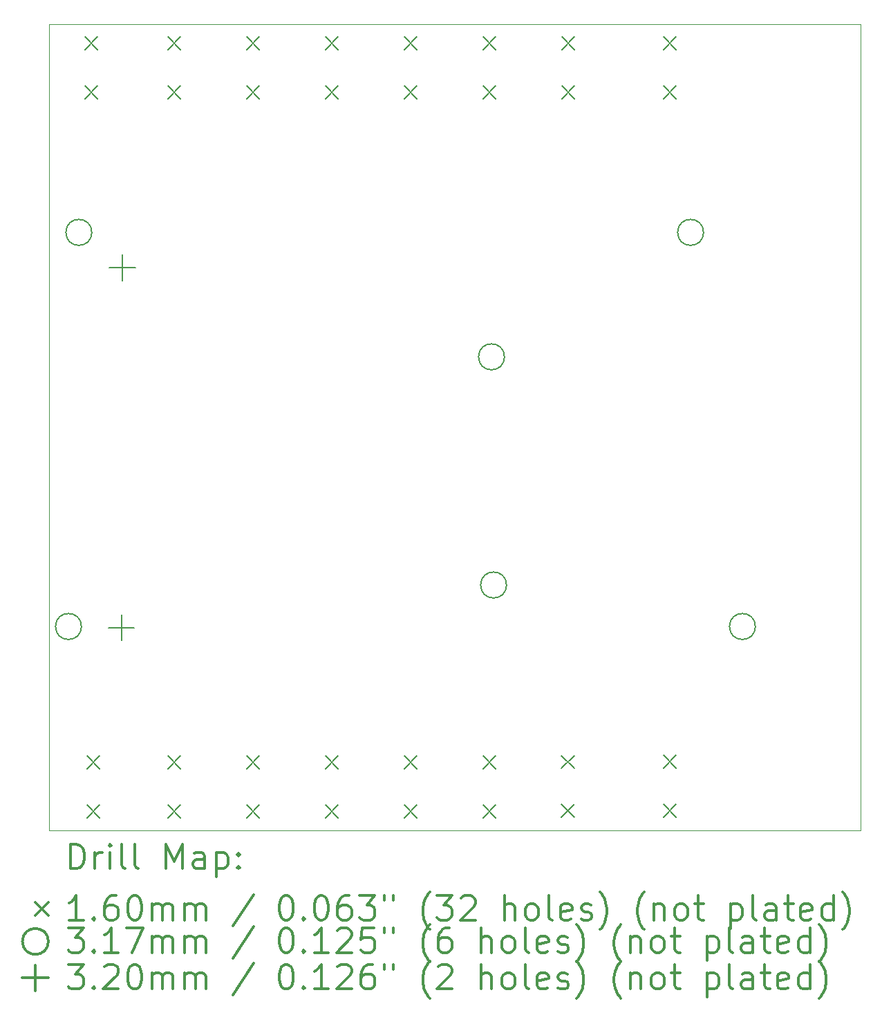
<source format=gbr>
%FSLAX45Y45*%
G04 Gerber Fmt 4.5, Leading zero omitted, Abs format (unit mm)*
G04 Created by KiCad (PCBNEW 4.0.6-e0-6349~53~ubuntu16.04.1) date Thu Jun 29 18:49:36 2017*
%MOMM*%
%LPD*%
G01*
G04 APERTURE LIST*
%ADD10C,0.127000*%
%ADD11C,0.100000*%
%ADD12C,0.200000*%
%ADD13C,0.300000*%
G04 APERTURE END LIST*
D10*
D11*
X22275800Y-2127250D02*
X22275800Y-11995150D01*
X12331700Y-2127250D02*
X22275800Y-2127250D01*
X12331700Y-11995150D02*
X12331700Y-2127250D01*
X22275800Y-11995150D02*
X12331700Y-11995150D01*
D12*
X12772400Y-2276000D02*
X12932400Y-2436000D01*
X12932400Y-2276000D02*
X12772400Y-2436000D01*
X12772400Y-2876000D02*
X12932400Y-3036000D01*
X12932400Y-2876000D02*
X12772400Y-3036000D01*
X12797800Y-11086400D02*
X12957800Y-11246400D01*
X12957800Y-11086400D02*
X12797800Y-11246400D01*
X12797800Y-11686400D02*
X12957800Y-11846400D01*
X12957800Y-11686400D02*
X12797800Y-11846400D01*
X13788400Y-2276000D02*
X13948400Y-2436000D01*
X13948400Y-2276000D02*
X13788400Y-2436000D01*
X13788400Y-2876000D02*
X13948400Y-3036000D01*
X13948400Y-2876000D02*
X13788400Y-3036000D01*
X13788400Y-11086400D02*
X13948400Y-11246400D01*
X13948400Y-11086400D02*
X13788400Y-11246400D01*
X13788400Y-11686400D02*
X13948400Y-11846400D01*
X13948400Y-11686400D02*
X13788400Y-11846400D01*
X14753600Y-2276000D02*
X14913600Y-2436000D01*
X14913600Y-2276000D02*
X14753600Y-2436000D01*
X14753600Y-2876000D02*
X14913600Y-3036000D01*
X14913600Y-2876000D02*
X14753600Y-3036000D01*
X14753600Y-11086400D02*
X14913600Y-11246400D01*
X14913600Y-11086400D02*
X14753600Y-11246400D01*
X14753600Y-11686400D02*
X14913600Y-11846400D01*
X14913600Y-11686400D02*
X14753600Y-11846400D01*
X15718800Y-2276000D02*
X15878800Y-2436000D01*
X15878800Y-2276000D02*
X15718800Y-2436000D01*
X15718800Y-2876000D02*
X15878800Y-3036000D01*
X15878800Y-2876000D02*
X15718800Y-3036000D01*
X15718800Y-11086400D02*
X15878800Y-11246400D01*
X15878800Y-11086400D02*
X15718800Y-11246400D01*
X15718800Y-11686400D02*
X15878800Y-11846400D01*
X15878800Y-11686400D02*
X15718800Y-11846400D01*
X16684000Y-2276000D02*
X16844000Y-2436000D01*
X16844000Y-2276000D02*
X16684000Y-2436000D01*
X16684000Y-2876000D02*
X16844000Y-3036000D01*
X16844000Y-2876000D02*
X16684000Y-3036000D01*
X16684000Y-11086400D02*
X16844000Y-11246400D01*
X16844000Y-11086400D02*
X16684000Y-11246400D01*
X16684000Y-11686400D02*
X16844000Y-11846400D01*
X16844000Y-11686400D02*
X16684000Y-11846400D01*
X17649200Y-2276000D02*
X17809200Y-2436000D01*
X17809200Y-2276000D02*
X17649200Y-2436000D01*
X17649200Y-2876000D02*
X17809200Y-3036000D01*
X17809200Y-2876000D02*
X17649200Y-3036000D01*
X17649200Y-11086400D02*
X17809200Y-11246400D01*
X17809200Y-11086400D02*
X17649200Y-11246400D01*
X17649200Y-11686400D02*
X17809200Y-11846400D01*
X17809200Y-11686400D02*
X17649200Y-11846400D01*
X18611860Y-11078780D02*
X18771860Y-11238780D01*
X18771860Y-11078780D02*
X18611860Y-11238780D01*
X18611860Y-11678780D02*
X18771860Y-11838780D01*
X18771860Y-11678780D02*
X18611860Y-11838780D01*
X18614400Y-2276000D02*
X18774400Y-2436000D01*
X18774400Y-2276000D02*
X18614400Y-2436000D01*
X18614400Y-2876000D02*
X18774400Y-3036000D01*
X18774400Y-2876000D02*
X18614400Y-3036000D01*
X19859000Y-2276000D02*
X20019000Y-2436000D01*
X20019000Y-2276000D02*
X19859000Y-2436000D01*
X19859000Y-2876000D02*
X20019000Y-3036000D01*
X20019000Y-2876000D02*
X19859000Y-3036000D01*
X19859000Y-11076240D02*
X20019000Y-11236240D01*
X20019000Y-11076240D02*
X19859000Y-11236240D01*
X19859000Y-11676240D02*
X20019000Y-11836240D01*
X20019000Y-11676240D02*
X19859000Y-11836240D01*
X12731750Y-9499600D02*
G75*
G03X12731750Y-9499600I-158750J0D01*
G01*
X12858750Y-4673600D02*
G75*
G03X12858750Y-4673600I-158750J0D01*
G01*
X17913350Y-6197600D02*
G75*
G03X17913350Y-6197600I-158750J0D01*
G01*
X17938750Y-8991600D02*
G75*
G03X17938750Y-8991600I-158750J0D01*
G01*
X20351750Y-4673600D02*
G75*
G03X20351750Y-4673600I-158750J0D01*
G01*
X20986750Y-9499600D02*
G75*
G03X20986750Y-9499600I-158750J0D01*
G01*
X13220700Y-9352300D02*
X13220700Y-9672300D01*
X13060700Y-9512300D02*
X13380700Y-9512300D01*
X13233400Y-4945400D02*
X13233400Y-5265400D01*
X13073400Y-5105400D02*
X13393400Y-5105400D01*
D13*
X12598128Y-12465864D02*
X12598128Y-12165864D01*
X12669557Y-12165864D01*
X12712414Y-12180150D01*
X12740986Y-12208721D01*
X12755271Y-12237293D01*
X12769557Y-12294436D01*
X12769557Y-12337293D01*
X12755271Y-12394436D01*
X12740986Y-12423007D01*
X12712414Y-12451579D01*
X12669557Y-12465864D01*
X12598128Y-12465864D01*
X12898128Y-12465864D02*
X12898128Y-12265864D01*
X12898128Y-12323007D02*
X12912414Y-12294436D01*
X12926700Y-12280150D01*
X12955271Y-12265864D01*
X12983843Y-12265864D01*
X13083843Y-12465864D02*
X13083843Y-12265864D01*
X13083843Y-12165864D02*
X13069557Y-12180150D01*
X13083843Y-12194436D01*
X13098128Y-12180150D01*
X13083843Y-12165864D01*
X13083843Y-12194436D01*
X13269557Y-12465864D02*
X13240986Y-12451579D01*
X13226700Y-12423007D01*
X13226700Y-12165864D01*
X13426700Y-12465864D02*
X13398128Y-12451579D01*
X13383843Y-12423007D01*
X13383843Y-12165864D01*
X13769557Y-12465864D02*
X13769557Y-12165864D01*
X13869557Y-12380150D01*
X13969557Y-12165864D01*
X13969557Y-12465864D01*
X14240986Y-12465864D02*
X14240986Y-12308721D01*
X14226700Y-12280150D01*
X14198128Y-12265864D01*
X14140986Y-12265864D01*
X14112414Y-12280150D01*
X14240986Y-12451579D02*
X14212414Y-12465864D01*
X14140986Y-12465864D01*
X14112414Y-12451579D01*
X14098128Y-12423007D01*
X14098128Y-12394436D01*
X14112414Y-12365864D01*
X14140986Y-12351579D01*
X14212414Y-12351579D01*
X14240986Y-12337293D01*
X14383843Y-12265864D02*
X14383843Y-12565864D01*
X14383843Y-12280150D02*
X14412414Y-12265864D01*
X14469557Y-12265864D01*
X14498128Y-12280150D01*
X14512414Y-12294436D01*
X14526700Y-12323007D01*
X14526700Y-12408721D01*
X14512414Y-12437293D01*
X14498128Y-12451579D01*
X14469557Y-12465864D01*
X14412414Y-12465864D01*
X14383843Y-12451579D01*
X14655271Y-12437293D02*
X14669557Y-12451579D01*
X14655271Y-12465864D01*
X14640986Y-12451579D01*
X14655271Y-12437293D01*
X14655271Y-12465864D01*
X14655271Y-12280150D02*
X14669557Y-12294436D01*
X14655271Y-12308721D01*
X14640986Y-12294436D01*
X14655271Y-12280150D01*
X14655271Y-12308721D01*
X12166700Y-12880150D02*
X12326700Y-13040150D01*
X12326700Y-12880150D02*
X12166700Y-13040150D01*
X12755271Y-13095864D02*
X12583843Y-13095864D01*
X12669557Y-13095864D02*
X12669557Y-12795864D01*
X12640986Y-12838721D01*
X12612414Y-12867293D01*
X12583843Y-12881579D01*
X12883843Y-13067293D02*
X12898128Y-13081579D01*
X12883843Y-13095864D01*
X12869557Y-13081579D01*
X12883843Y-13067293D01*
X12883843Y-13095864D01*
X13155271Y-12795864D02*
X13098128Y-12795864D01*
X13069557Y-12810150D01*
X13055271Y-12824436D01*
X13026700Y-12867293D01*
X13012414Y-12924436D01*
X13012414Y-13038721D01*
X13026700Y-13067293D01*
X13040986Y-13081579D01*
X13069557Y-13095864D01*
X13126700Y-13095864D01*
X13155271Y-13081579D01*
X13169557Y-13067293D01*
X13183843Y-13038721D01*
X13183843Y-12967293D01*
X13169557Y-12938721D01*
X13155271Y-12924436D01*
X13126700Y-12910150D01*
X13069557Y-12910150D01*
X13040986Y-12924436D01*
X13026700Y-12938721D01*
X13012414Y-12967293D01*
X13369557Y-12795864D02*
X13398128Y-12795864D01*
X13426700Y-12810150D01*
X13440986Y-12824436D01*
X13455271Y-12853007D01*
X13469557Y-12910150D01*
X13469557Y-12981579D01*
X13455271Y-13038721D01*
X13440986Y-13067293D01*
X13426700Y-13081579D01*
X13398128Y-13095864D01*
X13369557Y-13095864D01*
X13340986Y-13081579D01*
X13326700Y-13067293D01*
X13312414Y-13038721D01*
X13298128Y-12981579D01*
X13298128Y-12910150D01*
X13312414Y-12853007D01*
X13326700Y-12824436D01*
X13340986Y-12810150D01*
X13369557Y-12795864D01*
X13598128Y-13095864D02*
X13598128Y-12895864D01*
X13598128Y-12924436D02*
X13612414Y-12910150D01*
X13640986Y-12895864D01*
X13683843Y-12895864D01*
X13712414Y-12910150D01*
X13726700Y-12938721D01*
X13726700Y-13095864D01*
X13726700Y-12938721D02*
X13740986Y-12910150D01*
X13769557Y-12895864D01*
X13812414Y-12895864D01*
X13840986Y-12910150D01*
X13855271Y-12938721D01*
X13855271Y-13095864D01*
X13998128Y-13095864D02*
X13998128Y-12895864D01*
X13998128Y-12924436D02*
X14012414Y-12910150D01*
X14040986Y-12895864D01*
X14083843Y-12895864D01*
X14112414Y-12910150D01*
X14126700Y-12938721D01*
X14126700Y-13095864D01*
X14126700Y-12938721D02*
X14140986Y-12910150D01*
X14169557Y-12895864D01*
X14212414Y-12895864D01*
X14240986Y-12910150D01*
X14255271Y-12938721D01*
X14255271Y-13095864D01*
X14840986Y-12781579D02*
X14583843Y-13167293D01*
X15226700Y-12795864D02*
X15255271Y-12795864D01*
X15283843Y-12810150D01*
X15298128Y-12824436D01*
X15312414Y-12853007D01*
X15326700Y-12910150D01*
X15326700Y-12981579D01*
X15312414Y-13038721D01*
X15298128Y-13067293D01*
X15283843Y-13081579D01*
X15255271Y-13095864D01*
X15226700Y-13095864D01*
X15198128Y-13081579D01*
X15183843Y-13067293D01*
X15169557Y-13038721D01*
X15155271Y-12981579D01*
X15155271Y-12910150D01*
X15169557Y-12853007D01*
X15183843Y-12824436D01*
X15198128Y-12810150D01*
X15226700Y-12795864D01*
X15455271Y-13067293D02*
X15469557Y-13081579D01*
X15455271Y-13095864D01*
X15440986Y-13081579D01*
X15455271Y-13067293D01*
X15455271Y-13095864D01*
X15655271Y-12795864D02*
X15683843Y-12795864D01*
X15712414Y-12810150D01*
X15726700Y-12824436D01*
X15740985Y-12853007D01*
X15755271Y-12910150D01*
X15755271Y-12981579D01*
X15740985Y-13038721D01*
X15726700Y-13067293D01*
X15712414Y-13081579D01*
X15683843Y-13095864D01*
X15655271Y-13095864D01*
X15626700Y-13081579D01*
X15612414Y-13067293D01*
X15598128Y-13038721D01*
X15583843Y-12981579D01*
X15583843Y-12910150D01*
X15598128Y-12853007D01*
X15612414Y-12824436D01*
X15626700Y-12810150D01*
X15655271Y-12795864D01*
X16012414Y-12795864D02*
X15955271Y-12795864D01*
X15926700Y-12810150D01*
X15912414Y-12824436D01*
X15883843Y-12867293D01*
X15869557Y-12924436D01*
X15869557Y-13038721D01*
X15883843Y-13067293D01*
X15898128Y-13081579D01*
X15926700Y-13095864D01*
X15983843Y-13095864D01*
X16012414Y-13081579D01*
X16026700Y-13067293D01*
X16040985Y-13038721D01*
X16040985Y-12967293D01*
X16026700Y-12938721D01*
X16012414Y-12924436D01*
X15983843Y-12910150D01*
X15926700Y-12910150D01*
X15898128Y-12924436D01*
X15883843Y-12938721D01*
X15869557Y-12967293D01*
X16140985Y-12795864D02*
X16326700Y-12795864D01*
X16226700Y-12910150D01*
X16269557Y-12910150D01*
X16298128Y-12924436D01*
X16312414Y-12938721D01*
X16326700Y-12967293D01*
X16326700Y-13038721D01*
X16312414Y-13067293D01*
X16298128Y-13081579D01*
X16269557Y-13095864D01*
X16183843Y-13095864D01*
X16155271Y-13081579D01*
X16140985Y-13067293D01*
X16440986Y-12795864D02*
X16440986Y-12853007D01*
X16555271Y-12795864D02*
X16555271Y-12853007D01*
X16998128Y-13210150D02*
X16983843Y-13195864D01*
X16955271Y-13153007D01*
X16940986Y-13124436D01*
X16926700Y-13081579D01*
X16912414Y-13010150D01*
X16912414Y-12953007D01*
X16926700Y-12881579D01*
X16940986Y-12838721D01*
X16955271Y-12810150D01*
X16983843Y-12767293D01*
X16998128Y-12753007D01*
X17083843Y-12795864D02*
X17269557Y-12795864D01*
X17169557Y-12910150D01*
X17212414Y-12910150D01*
X17240986Y-12924436D01*
X17255271Y-12938721D01*
X17269557Y-12967293D01*
X17269557Y-13038721D01*
X17255271Y-13067293D01*
X17240986Y-13081579D01*
X17212414Y-13095864D01*
X17126700Y-13095864D01*
X17098128Y-13081579D01*
X17083843Y-13067293D01*
X17383843Y-12824436D02*
X17398128Y-12810150D01*
X17426700Y-12795864D01*
X17498128Y-12795864D01*
X17526700Y-12810150D01*
X17540986Y-12824436D01*
X17555271Y-12853007D01*
X17555271Y-12881579D01*
X17540986Y-12924436D01*
X17369557Y-13095864D01*
X17555271Y-13095864D01*
X17912414Y-13095864D02*
X17912414Y-12795864D01*
X18040986Y-13095864D02*
X18040986Y-12938721D01*
X18026700Y-12910150D01*
X17998128Y-12895864D01*
X17955271Y-12895864D01*
X17926700Y-12910150D01*
X17912414Y-12924436D01*
X18226700Y-13095864D02*
X18198128Y-13081579D01*
X18183843Y-13067293D01*
X18169557Y-13038721D01*
X18169557Y-12953007D01*
X18183843Y-12924436D01*
X18198128Y-12910150D01*
X18226700Y-12895864D01*
X18269557Y-12895864D01*
X18298128Y-12910150D01*
X18312414Y-12924436D01*
X18326700Y-12953007D01*
X18326700Y-13038721D01*
X18312414Y-13067293D01*
X18298128Y-13081579D01*
X18269557Y-13095864D01*
X18226700Y-13095864D01*
X18498128Y-13095864D02*
X18469557Y-13081579D01*
X18455271Y-13053007D01*
X18455271Y-12795864D01*
X18726700Y-13081579D02*
X18698129Y-13095864D01*
X18640986Y-13095864D01*
X18612414Y-13081579D01*
X18598129Y-13053007D01*
X18598129Y-12938721D01*
X18612414Y-12910150D01*
X18640986Y-12895864D01*
X18698129Y-12895864D01*
X18726700Y-12910150D01*
X18740986Y-12938721D01*
X18740986Y-12967293D01*
X18598129Y-12995864D01*
X18855271Y-13081579D02*
X18883843Y-13095864D01*
X18940986Y-13095864D01*
X18969557Y-13081579D01*
X18983843Y-13053007D01*
X18983843Y-13038721D01*
X18969557Y-13010150D01*
X18940986Y-12995864D01*
X18898129Y-12995864D01*
X18869557Y-12981579D01*
X18855271Y-12953007D01*
X18855271Y-12938721D01*
X18869557Y-12910150D01*
X18898129Y-12895864D01*
X18940986Y-12895864D01*
X18969557Y-12910150D01*
X19083843Y-13210150D02*
X19098129Y-13195864D01*
X19126700Y-13153007D01*
X19140986Y-13124436D01*
X19155271Y-13081579D01*
X19169557Y-13010150D01*
X19169557Y-12953007D01*
X19155271Y-12881579D01*
X19140986Y-12838721D01*
X19126700Y-12810150D01*
X19098129Y-12767293D01*
X19083843Y-12753007D01*
X19626700Y-13210150D02*
X19612414Y-13195864D01*
X19583843Y-13153007D01*
X19569557Y-13124436D01*
X19555271Y-13081579D01*
X19540986Y-13010150D01*
X19540986Y-12953007D01*
X19555271Y-12881579D01*
X19569557Y-12838721D01*
X19583843Y-12810150D01*
X19612414Y-12767293D01*
X19626700Y-12753007D01*
X19740986Y-12895864D02*
X19740986Y-13095864D01*
X19740986Y-12924436D02*
X19755271Y-12910150D01*
X19783843Y-12895864D01*
X19826700Y-12895864D01*
X19855271Y-12910150D01*
X19869557Y-12938721D01*
X19869557Y-13095864D01*
X20055271Y-13095864D02*
X20026700Y-13081579D01*
X20012414Y-13067293D01*
X19998129Y-13038721D01*
X19998129Y-12953007D01*
X20012414Y-12924436D01*
X20026700Y-12910150D01*
X20055271Y-12895864D01*
X20098129Y-12895864D01*
X20126700Y-12910150D01*
X20140986Y-12924436D01*
X20155271Y-12953007D01*
X20155271Y-13038721D01*
X20140986Y-13067293D01*
X20126700Y-13081579D01*
X20098129Y-13095864D01*
X20055271Y-13095864D01*
X20240986Y-12895864D02*
X20355271Y-12895864D01*
X20283843Y-12795864D02*
X20283843Y-13053007D01*
X20298129Y-13081579D01*
X20326700Y-13095864D01*
X20355271Y-13095864D01*
X20683843Y-12895864D02*
X20683843Y-13195864D01*
X20683843Y-12910150D02*
X20712414Y-12895864D01*
X20769557Y-12895864D01*
X20798129Y-12910150D01*
X20812414Y-12924436D01*
X20826700Y-12953007D01*
X20826700Y-13038721D01*
X20812414Y-13067293D01*
X20798129Y-13081579D01*
X20769557Y-13095864D01*
X20712414Y-13095864D01*
X20683843Y-13081579D01*
X20998129Y-13095864D02*
X20969557Y-13081579D01*
X20955271Y-13053007D01*
X20955271Y-12795864D01*
X21240986Y-13095864D02*
X21240986Y-12938721D01*
X21226700Y-12910150D01*
X21198129Y-12895864D01*
X21140986Y-12895864D01*
X21112414Y-12910150D01*
X21240986Y-13081579D02*
X21212414Y-13095864D01*
X21140986Y-13095864D01*
X21112414Y-13081579D01*
X21098129Y-13053007D01*
X21098129Y-13024436D01*
X21112414Y-12995864D01*
X21140986Y-12981579D01*
X21212414Y-12981579D01*
X21240986Y-12967293D01*
X21340986Y-12895864D02*
X21455271Y-12895864D01*
X21383843Y-12795864D02*
X21383843Y-13053007D01*
X21398129Y-13081579D01*
X21426700Y-13095864D01*
X21455271Y-13095864D01*
X21669557Y-13081579D02*
X21640986Y-13095864D01*
X21583843Y-13095864D01*
X21555272Y-13081579D01*
X21540986Y-13053007D01*
X21540986Y-12938721D01*
X21555272Y-12910150D01*
X21583843Y-12895864D01*
X21640986Y-12895864D01*
X21669557Y-12910150D01*
X21683843Y-12938721D01*
X21683843Y-12967293D01*
X21540986Y-12995864D01*
X21940986Y-13095864D02*
X21940986Y-12795864D01*
X21940986Y-13081579D02*
X21912414Y-13095864D01*
X21855272Y-13095864D01*
X21826700Y-13081579D01*
X21812414Y-13067293D01*
X21798129Y-13038721D01*
X21798129Y-12953007D01*
X21812414Y-12924436D01*
X21826700Y-12910150D01*
X21855272Y-12895864D01*
X21912414Y-12895864D01*
X21940986Y-12910150D01*
X22055272Y-13210150D02*
X22069557Y-13195864D01*
X22098129Y-13153007D01*
X22112414Y-13124436D01*
X22126700Y-13081579D01*
X22140986Y-13010150D01*
X22140986Y-12953007D01*
X22126700Y-12881579D01*
X22112414Y-12838721D01*
X22098129Y-12810150D01*
X22069557Y-12767293D01*
X22055272Y-12753007D01*
X12326700Y-13356150D02*
G75*
G03X12326700Y-13356150I-158750J0D01*
G01*
X12569557Y-13191864D02*
X12755271Y-13191864D01*
X12655271Y-13306150D01*
X12698128Y-13306150D01*
X12726700Y-13320436D01*
X12740986Y-13334721D01*
X12755271Y-13363293D01*
X12755271Y-13434721D01*
X12740986Y-13463293D01*
X12726700Y-13477579D01*
X12698128Y-13491864D01*
X12612414Y-13491864D01*
X12583843Y-13477579D01*
X12569557Y-13463293D01*
X12883843Y-13463293D02*
X12898128Y-13477579D01*
X12883843Y-13491864D01*
X12869557Y-13477579D01*
X12883843Y-13463293D01*
X12883843Y-13491864D01*
X13183843Y-13491864D02*
X13012414Y-13491864D01*
X13098128Y-13491864D02*
X13098128Y-13191864D01*
X13069557Y-13234721D01*
X13040986Y-13263293D01*
X13012414Y-13277579D01*
X13283843Y-13191864D02*
X13483843Y-13191864D01*
X13355271Y-13491864D01*
X13598128Y-13491864D02*
X13598128Y-13291864D01*
X13598128Y-13320436D02*
X13612414Y-13306150D01*
X13640986Y-13291864D01*
X13683843Y-13291864D01*
X13712414Y-13306150D01*
X13726700Y-13334721D01*
X13726700Y-13491864D01*
X13726700Y-13334721D02*
X13740986Y-13306150D01*
X13769557Y-13291864D01*
X13812414Y-13291864D01*
X13840986Y-13306150D01*
X13855271Y-13334721D01*
X13855271Y-13491864D01*
X13998128Y-13491864D02*
X13998128Y-13291864D01*
X13998128Y-13320436D02*
X14012414Y-13306150D01*
X14040986Y-13291864D01*
X14083843Y-13291864D01*
X14112414Y-13306150D01*
X14126700Y-13334721D01*
X14126700Y-13491864D01*
X14126700Y-13334721D02*
X14140986Y-13306150D01*
X14169557Y-13291864D01*
X14212414Y-13291864D01*
X14240986Y-13306150D01*
X14255271Y-13334721D01*
X14255271Y-13491864D01*
X14840986Y-13177579D02*
X14583843Y-13563293D01*
X15226700Y-13191864D02*
X15255271Y-13191864D01*
X15283843Y-13206150D01*
X15298128Y-13220436D01*
X15312414Y-13249007D01*
X15326700Y-13306150D01*
X15326700Y-13377579D01*
X15312414Y-13434721D01*
X15298128Y-13463293D01*
X15283843Y-13477579D01*
X15255271Y-13491864D01*
X15226700Y-13491864D01*
X15198128Y-13477579D01*
X15183843Y-13463293D01*
X15169557Y-13434721D01*
X15155271Y-13377579D01*
X15155271Y-13306150D01*
X15169557Y-13249007D01*
X15183843Y-13220436D01*
X15198128Y-13206150D01*
X15226700Y-13191864D01*
X15455271Y-13463293D02*
X15469557Y-13477579D01*
X15455271Y-13491864D01*
X15440986Y-13477579D01*
X15455271Y-13463293D01*
X15455271Y-13491864D01*
X15755271Y-13491864D02*
X15583843Y-13491864D01*
X15669557Y-13491864D02*
X15669557Y-13191864D01*
X15640985Y-13234721D01*
X15612414Y-13263293D01*
X15583843Y-13277579D01*
X15869557Y-13220436D02*
X15883843Y-13206150D01*
X15912414Y-13191864D01*
X15983843Y-13191864D01*
X16012414Y-13206150D01*
X16026700Y-13220436D01*
X16040985Y-13249007D01*
X16040985Y-13277579D01*
X16026700Y-13320436D01*
X15855271Y-13491864D01*
X16040985Y-13491864D01*
X16312414Y-13191864D02*
X16169557Y-13191864D01*
X16155271Y-13334721D01*
X16169557Y-13320436D01*
X16198128Y-13306150D01*
X16269557Y-13306150D01*
X16298128Y-13320436D01*
X16312414Y-13334721D01*
X16326700Y-13363293D01*
X16326700Y-13434721D01*
X16312414Y-13463293D01*
X16298128Y-13477579D01*
X16269557Y-13491864D01*
X16198128Y-13491864D01*
X16169557Y-13477579D01*
X16155271Y-13463293D01*
X16440986Y-13191864D02*
X16440986Y-13249007D01*
X16555271Y-13191864D02*
X16555271Y-13249007D01*
X16998128Y-13606150D02*
X16983843Y-13591864D01*
X16955271Y-13549007D01*
X16940986Y-13520436D01*
X16926700Y-13477579D01*
X16912414Y-13406150D01*
X16912414Y-13349007D01*
X16926700Y-13277579D01*
X16940986Y-13234721D01*
X16955271Y-13206150D01*
X16983843Y-13163293D01*
X16998128Y-13149007D01*
X17240986Y-13191864D02*
X17183843Y-13191864D01*
X17155271Y-13206150D01*
X17140986Y-13220436D01*
X17112414Y-13263293D01*
X17098128Y-13320436D01*
X17098128Y-13434721D01*
X17112414Y-13463293D01*
X17126700Y-13477579D01*
X17155271Y-13491864D01*
X17212414Y-13491864D01*
X17240986Y-13477579D01*
X17255271Y-13463293D01*
X17269557Y-13434721D01*
X17269557Y-13363293D01*
X17255271Y-13334721D01*
X17240986Y-13320436D01*
X17212414Y-13306150D01*
X17155271Y-13306150D01*
X17126700Y-13320436D01*
X17112414Y-13334721D01*
X17098128Y-13363293D01*
X17626700Y-13491864D02*
X17626700Y-13191864D01*
X17755271Y-13491864D02*
X17755271Y-13334721D01*
X17740986Y-13306150D01*
X17712414Y-13291864D01*
X17669557Y-13291864D01*
X17640986Y-13306150D01*
X17626700Y-13320436D01*
X17940986Y-13491864D02*
X17912414Y-13477579D01*
X17898128Y-13463293D01*
X17883843Y-13434721D01*
X17883843Y-13349007D01*
X17898128Y-13320436D01*
X17912414Y-13306150D01*
X17940986Y-13291864D01*
X17983843Y-13291864D01*
X18012414Y-13306150D01*
X18026700Y-13320436D01*
X18040986Y-13349007D01*
X18040986Y-13434721D01*
X18026700Y-13463293D01*
X18012414Y-13477579D01*
X17983843Y-13491864D01*
X17940986Y-13491864D01*
X18212414Y-13491864D02*
X18183843Y-13477579D01*
X18169557Y-13449007D01*
X18169557Y-13191864D01*
X18440986Y-13477579D02*
X18412414Y-13491864D01*
X18355271Y-13491864D01*
X18326700Y-13477579D01*
X18312414Y-13449007D01*
X18312414Y-13334721D01*
X18326700Y-13306150D01*
X18355271Y-13291864D01*
X18412414Y-13291864D01*
X18440986Y-13306150D01*
X18455271Y-13334721D01*
X18455271Y-13363293D01*
X18312414Y-13391864D01*
X18569557Y-13477579D02*
X18598129Y-13491864D01*
X18655271Y-13491864D01*
X18683843Y-13477579D01*
X18698129Y-13449007D01*
X18698129Y-13434721D01*
X18683843Y-13406150D01*
X18655271Y-13391864D01*
X18612414Y-13391864D01*
X18583843Y-13377579D01*
X18569557Y-13349007D01*
X18569557Y-13334721D01*
X18583843Y-13306150D01*
X18612414Y-13291864D01*
X18655271Y-13291864D01*
X18683843Y-13306150D01*
X18798128Y-13606150D02*
X18812414Y-13591864D01*
X18840986Y-13549007D01*
X18855271Y-13520436D01*
X18869557Y-13477579D01*
X18883843Y-13406150D01*
X18883843Y-13349007D01*
X18869557Y-13277579D01*
X18855271Y-13234721D01*
X18840986Y-13206150D01*
X18812414Y-13163293D01*
X18798128Y-13149007D01*
X19340986Y-13606150D02*
X19326700Y-13591864D01*
X19298128Y-13549007D01*
X19283843Y-13520436D01*
X19269557Y-13477579D01*
X19255271Y-13406150D01*
X19255271Y-13349007D01*
X19269557Y-13277579D01*
X19283843Y-13234721D01*
X19298128Y-13206150D01*
X19326700Y-13163293D01*
X19340986Y-13149007D01*
X19455271Y-13291864D02*
X19455271Y-13491864D01*
X19455271Y-13320436D02*
X19469557Y-13306150D01*
X19498128Y-13291864D01*
X19540986Y-13291864D01*
X19569557Y-13306150D01*
X19583843Y-13334721D01*
X19583843Y-13491864D01*
X19769557Y-13491864D02*
X19740986Y-13477579D01*
X19726700Y-13463293D01*
X19712414Y-13434721D01*
X19712414Y-13349007D01*
X19726700Y-13320436D01*
X19740986Y-13306150D01*
X19769557Y-13291864D01*
X19812414Y-13291864D01*
X19840986Y-13306150D01*
X19855271Y-13320436D01*
X19869557Y-13349007D01*
X19869557Y-13434721D01*
X19855271Y-13463293D01*
X19840986Y-13477579D01*
X19812414Y-13491864D01*
X19769557Y-13491864D01*
X19955271Y-13291864D02*
X20069557Y-13291864D01*
X19998129Y-13191864D02*
X19998129Y-13449007D01*
X20012414Y-13477579D01*
X20040986Y-13491864D01*
X20069557Y-13491864D01*
X20398129Y-13291864D02*
X20398129Y-13591864D01*
X20398129Y-13306150D02*
X20426700Y-13291864D01*
X20483843Y-13291864D01*
X20512414Y-13306150D01*
X20526700Y-13320436D01*
X20540986Y-13349007D01*
X20540986Y-13434721D01*
X20526700Y-13463293D01*
X20512414Y-13477579D01*
X20483843Y-13491864D01*
X20426700Y-13491864D01*
X20398129Y-13477579D01*
X20712414Y-13491864D02*
X20683843Y-13477579D01*
X20669557Y-13449007D01*
X20669557Y-13191864D01*
X20955271Y-13491864D02*
X20955271Y-13334721D01*
X20940986Y-13306150D01*
X20912414Y-13291864D01*
X20855271Y-13291864D01*
X20826700Y-13306150D01*
X20955271Y-13477579D02*
X20926700Y-13491864D01*
X20855271Y-13491864D01*
X20826700Y-13477579D01*
X20812414Y-13449007D01*
X20812414Y-13420436D01*
X20826700Y-13391864D01*
X20855271Y-13377579D01*
X20926700Y-13377579D01*
X20955271Y-13363293D01*
X21055271Y-13291864D02*
X21169557Y-13291864D01*
X21098129Y-13191864D02*
X21098129Y-13449007D01*
X21112414Y-13477579D01*
X21140986Y-13491864D01*
X21169557Y-13491864D01*
X21383843Y-13477579D02*
X21355272Y-13491864D01*
X21298129Y-13491864D01*
X21269557Y-13477579D01*
X21255272Y-13449007D01*
X21255272Y-13334721D01*
X21269557Y-13306150D01*
X21298129Y-13291864D01*
X21355272Y-13291864D01*
X21383843Y-13306150D01*
X21398129Y-13334721D01*
X21398129Y-13363293D01*
X21255272Y-13391864D01*
X21655272Y-13491864D02*
X21655272Y-13191864D01*
X21655272Y-13477579D02*
X21626700Y-13491864D01*
X21569557Y-13491864D01*
X21540986Y-13477579D01*
X21526700Y-13463293D01*
X21512414Y-13434721D01*
X21512414Y-13349007D01*
X21526700Y-13320436D01*
X21540986Y-13306150D01*
X21569557Y-13291864D01*
X21626700Y-13291864D01*
X21655272Y-13306150D01*
X21769557Y-13606150D02*
X21783843Y-13591864D01*
X21812414Y-13549007D01*
X21826700Y-13520436D01*
X21840986Y-13477579D01*
X21855272Y-13406150D01*
X21855272Y-13349007D01*
X21840986Y-13277579D01*
X21826700Y-13234721D01*
X21812414Y-13206150D01*
X21783843Y-13163293D01*
X21769557Y-13149007D01*
X12166700Y-13643650D02*
X12166700Y-13963650D01*
X12006700Y-13803650D02*
X12326700Y-13803650D01*
X12569557Y-13639364D02*
X12755271Y-13639364D01*
X12655271Y-13753650D01*
X12698128Y-13753650D01*
X12726700Y-13767936D01*
X12740986Y-13782221D01*
X12755271Y-13810793D01*
X12755271Y-13882221D01*
X12740986Y-13910793D01*
X12726700Y-13925079D01*
X12698128Y-13939364D01*
X12612414Y-13939364D01*
X12583843Y-13925079D01*
X12569557Y-13910793D01*
X12883843Y-13910793D02*
X12898128Y-13925079D01*
X12883843Y-13939364D01*
X12869557Y-13925079D01*
X12883843Y-13910793D01*
X12883843Y-13939364D01*
X13012414Y-13667936D02*
X13026700Y-13653650D01*
X13055271Y-13639364D01*
X13126700Y-13639364D01*
X13155271Y-13653650D01*
X13169557Y-13667936D01*
X13183843Y-13696507D01*
X13183843Y-13725079D01*
X13169557Y-13767936D01*
X12998128Y-13939364D01*
X13183843Y-13939364D01*
X13369557Y-13639364D02*
X13398128Y-13639364D01*
X13426700Y-13653650D01*
X13440986Y-13667936D01*
X13455271Y-13696507D01*
X13469557Y-13753650D01*
X13469557Y-13825079D01*
X13455271Y-13882221D01*
X13440986Y-13910793D01*
X13426700Y-13925079D01*
X13398128Y-13939364D01*
X13369557Y-13939364D01*
X13340986Y-13925079D01*
X13326700Y-13910793D01*
X13312414Y-13882221D01*
X13298128Y-13825079D01*
X13298128Y-13753650D01*
X13312414Y-13696507D01*
X13326700Y-13667936D01*
X13340986Y-13653650D01*
X13369557Y-13639364D01*
X13598128Y-13939364D02*
X13598128Y-13739364D01*
X13598128Y-13767936D02*
X13612414Y-13753650D01*
X13640986Y-13739364D01*
X13683843Y-13739364D01*
X13712414Y-13753650D01*
X13726700Y-13782221D01*
X13726700Y-13939364D01*
X13726700Y-13782221D02*
X13740986Y-13753650D01*
X13769557Y-13739364D01*
X13812414Y-13739364D01*
X13840986Y-13753650D01*
X13855271Y-13782221D01*
X13855271Y-13939364D01*
X13998128Y-13939364D02*
X13998128Y-13739364D01*
X13998128Y-13767936D02*
X14012414Y-13753650D01*
X14040986Y-13739364D01*
X14083843Y-13739364D01*
X14112414Y-13753650D01*
X14126700Y-13782221D01*
X14126700Y-13939364D01*
X14126700Y-13782221D02*
X14140986Y-13753650D01*
X14169557Y-13739364D01*
X14212414Y-13739364D01*
X14240986Y-13753650D01*
X14255271Y-13782221D01*
X14255271Y-13939364D01*
X14840986Y-13625079D02*
X14583843Y-14010793D01*
X15226700Y-13639364D02*
X15255271Y-13639364D01*
X15283843Y-13653650D01*
X15298128Y-13667936D01*
X15312414Y-13696507D01*
X15326700Y-13753650D01*
X15326700Y-13825079D01*
X15312414Y-13882221D01*
X15298128Y-13910793D01*
X15283843Y-13925079D01*
X15255271Y-13939364D01*
X15226700Y-13939364D01*
X15198128Y-13925079D01*
X15183843Y-13910793D01*
X15169557Y-13882221D01*
X15155271Y-13825079D01*
X15155271Y-13753650D01*
X15169557Y-13696507D01*
X15183843Y-13667936D01*
X15198128Y-13653650D01*
X15226700Y-13639364D01*
X15455271Y-13910793D02*
X15469557Y-13925079D01*
X15455271Y-13939364D01*
X15440986Y-13925079D01*
X15455271Y-13910793D01*
X15455271Y-13939364D01*
X15755271Y-13939364D02*
X15583843Y-13939364D01*
X15669557Y-13939364D02*
X15669557Y-13639364D01*
X15640985Y-13682221D01*
X15612414Y-13710793D01*
X15583843Y-13725079D01*
X15869557Y-13667936D02*
X15883843Y-13653650D01*
X15912414Y-13639364D01*
X15983843Y-13639364D01*
X16012414Y-13653650D01*
X16026700Y-13667936D01*
X16040985Y-13696507D01*
X16040985Y-13725079D01*
X16026700Y-13767936D01*
X15855271Y-13939364D01*
X16040985Y-13939364D01*
X16298128Y-13639364D02*
X16240985Y-13639364D01*
X16212414Y-13653650D01*
X16198128Y-13667936D01*
X16169557Y-13710793D01*
X16155271Y-13767936D01*
X16155271Y-13882221D01*
X16169557Y-13910793D01*
X16183843Y-13925079D01*
X16212414Y-13939364D01*
X16269557Y-13939364D01*
X16298128Y-13925079D01*
X16312414Y-13910793D01*
X16326700Y-13882221D01*
X16326700Y-13810793D01*
X16312414Y-13782221D01*
X16298128Y-13767936D01*
X16269557Y-13753650D01*
X16212414Y-13753650D01*
X16183843Y-13767936D01*
X16169557Y-13782221D01*
X16155271Y-13810793D01*
X16440986Y-13639364D02*
X16440986Y-13696507D01*
X16555271Y-13639364D02*
X16555271Y-13696507D01*
X16998128Y-14053650D02*
X16983843Y-14039364D01*
X16955271Y-13996507D01*
X16940986Y-13967936D01*
X16926700Y-13925079D01*
X16912414Y-13853650D01*
X16912414Y-13796507D01*
X16926700Y-13725079D01*
X16940986Y-13682221D01*
X16955271Y-13653650D01*
X16983843Y-13610793D01*
X16998128Y-13596507D01*
X17098128Y-13667936D02*
X17112414Y-13653650D01*
X17140986Y-13639364D01*
X17212414Y-13639364D01*
X17240986Y-13653650D01*
X17255271Y-13667936D01*
X17269557Y-13696507D01*
X17269557Y-13725079D01*
X17255271Y-13767936D01*
X17083843Y-13939364D01*
X17269557Y-13939364D01*
X17626700Y-13939364D02*
X17626700Y-13639364D01*
X17755271Y-13939364D02*
X17755271Y-13782221D01*
X17740986Y-13753650D01*
X17712414Y-13739364D01*
X17669557Y-13739364D01*
X17640986Y-13753650D01*
X17626700Y-13767936D01*
X17940986Y-13939364D02*
X17912414Y-13925079D01*
X17898128Y-13910793D01*
X17883843Y-13882221D01*
X17883843Y-13796507D01*
X17898128Y-13767936D01*
X17912414Y-13753650D01*
X17940986Y-13739364D01*
X17983843Y-13739364D01*
X18012414Y-13753650D01*
X18026700Y-13767936D01*
X18040986Y-13796507D01*
X18040986Y-13882221D01*
X18026700Y-13910793D01*
X18012414Y-13925079D01*
X17983843Y-13939364D01*
X17940986Y-13939364D01*
X18212414Y-13939364D02*
X18183843Y-13925079D01*
X18169557Y-13896507D01*
X18169557Y-13639364D01*
X18440986Y-13925079D02*
X18412414Y-13939364D01*
X18355271Y-13939364D01*
X18326700Y-13925079D01*
X18312414Y-13896507D01*
X18312414Y-13782221D01*
X18326700Y-13753650D01*
X18355271Y-13739364D01*
X18412414Y-13739364D01*
X18440986Y-13753650D01*
X18455271Y-13782221D01*
X18455271Y-13810793D01*
X18312414Y-13839364D01*
X18569557Y-13925079D02*
X18598129Y-13939364D01*
X18655271Y-13939364D01*
X18683843Y-13925079D01*
X18698129Y-13896507D01*
X18698129Y-13882221D01*
X18683843Y-13853650D01*
X18655271Y-13839364D01*
X18612414Y-13839364D01*
X18583843Y-13825079D01*
X18569557Y-13796507D01*
X18569557Y-13782221D01*
X18583843Y-13753650D01*
X18612414Y-13739364D01*
X18655271Y-13739364D01*
X18683843Y-13753650D01*
X18798128Y-14053650D02*
X18812414Y-14039364D01*
X18840986Y-13996507D01*
X18855271Y-13967936D01*
X18869557Y-13925079D01*
X18883843Y-13853650D01*
X18883843Y-13796507D01*
X18869557Y-13725079D01*
X18855271Y-13682221D01*
X18840986Y-13653650D01*
X18812414Y-13610793D01*
X18798128Y-13596507D01*
X19340986Y-14053650D02*
X19326700Y-14039364D01*
X19298128Y-13996507D01*
X19283843Y-13967936D01*
X19269557Y-13925079D01*
X19255271Y-13853650D01*
X19255271Y-13796507D01*
X19269557Y-13725079D01*
X19283843Y-13682221D01*
X19298128Y-13653650D01*
X19326700Y-13610793D01*
X19340986Y-13596507D01*
X19455271Y-13739364D02*
X19455271Y-13939364D01*
X19455271Y-13767936D02*
X19469557Y-13753650D01*
X19498128Y-13739364D01*
X19540986Y-13739364D01*
X19569557Y-13753650D01*
X19583843Y-13782221D01*
X19583843Y-13939364D01*
X19769557Y-13939364D02*
X19740986Y-13925079D01*
X19726700Y-13910793D01*
X19712414Y-13882221D01*
X19712414Y-13796507D01*
X19726700Y-13767936D01*
X19740986Y-13753650D01*
X19769557Y-13739364D01*
X19812414Y-13739364D01*
X19840986Y-13753650D01*
X19855271Y-13767936D01*
X19869557Y-13796507D01*
X19869557Y-13882221D01*
X19855271Y-13910793D01*
X19840986Y-13925079D01*
X19812414Y-13939364D01*
X19769557Y-13939364D01*
X19955271Y-13739364D02*
X20069557Y-13739364D01*
X19998129Y-13639364D02*
X19998129Y-13896507D01*
X20012414Y-13925079D01*
X20040986Y-13939364D01*
X20069557Y-13939364D01*
X20398129Y-13739364D02*
X20398129Y-14039364D01*
X20398129Y-13753650D02*
X20426700Y-13739364D01*
X20483843Y-13739364D01*
X20512414Y-13753650D01*
X20526700Y-13767936D01*
X20540986Y-13796507D01*
X20540986Y-13882221D01*
X20526700Y-13910793D01*
X20512414Y-13925079D01*
X20483843Y-13939364D01*
X20426700Y-13939364D01*
X20398129Y-13925079D01*
X20712414Y-13939364D02*
X20683843Y-13925079D01*
X20669557Y-13896507D01*
X20669557Y-13639364D01*
X20955271Y-13939364D02*
X20955271Y-13782221D01*
X20940986Y-13753650D01*
X20912414Y-13739364D01*
X20855271Y-13739364D01*
X20826700Y-13753650D01*
X20955271Y-13925079D02*
X20926700Y-13939364D01*
X20855271Y-13939364D01*
X20826700Y-13925079D01*
X20812414Y-13896507D01*
X20812414Y-13867936D01*
X20826700Y-13839364D01*
X20855271Y-13825079D01*
X20926700Y-13825079D01*
X20955271Y-13810793D01*
X21055271Y-13739364D02*
X21169557Y-13739364D01*
X21098129Y-13639364D02*
X21098129Y-13896507D01*
X21112414Y-13925079D01*
X21140986Y-13939364D01*
X21169557Y-13939364D01*
X21383843Y-13925079D02*
X21355272Y-13939364D01*
X21298129Y-13939364D01*
X21269557Y-13925079D01*
X21255272Y-13896507D01*
X21255272Y-13782221D01*
X21269557Y-13753650D01*
X21298129Y-13739364D01*
X21355272Y-13739364D01*
X21383843Y-13753650D01*
X21398129Y-13782221D01*
X21398129Y-13810793D01*
X21255272Y-13839364D01*
X21655272Y-13939364D02*
X21655272Y-13639364D01*
X21655272Y-13925079D02*
X21626700Y-13939364D01*
X21569557Y-13939364D01*
X21540986Y-13925079D01*
X21526700Y-13910793D01*
X21512414Y-13882221D01*
X21512414Y-13796507D01*
X21526700Y-13767936D01*
X21540986Y-13753650D01*
X21569557Y-13739364D01*
X21626700Y-13739364D01*
X21655272Y-13753650D01*
X21769557Y-14053650D02*
X21783843Y-14039364D01*
X21812414Y-13996507D01*
X21826700Y-13967936D01*
X21840986Y-13925079D01*
X21855272Y-13853650D01*
X21855272Y-13796507D01*
X21840986Y-13725079D01*
X21826700Y-13682221D01*
X21812414Y-13653650D01*
X21783843Y-13610793D01*
X21769557Y-13596507D01*
M02*

</source>
